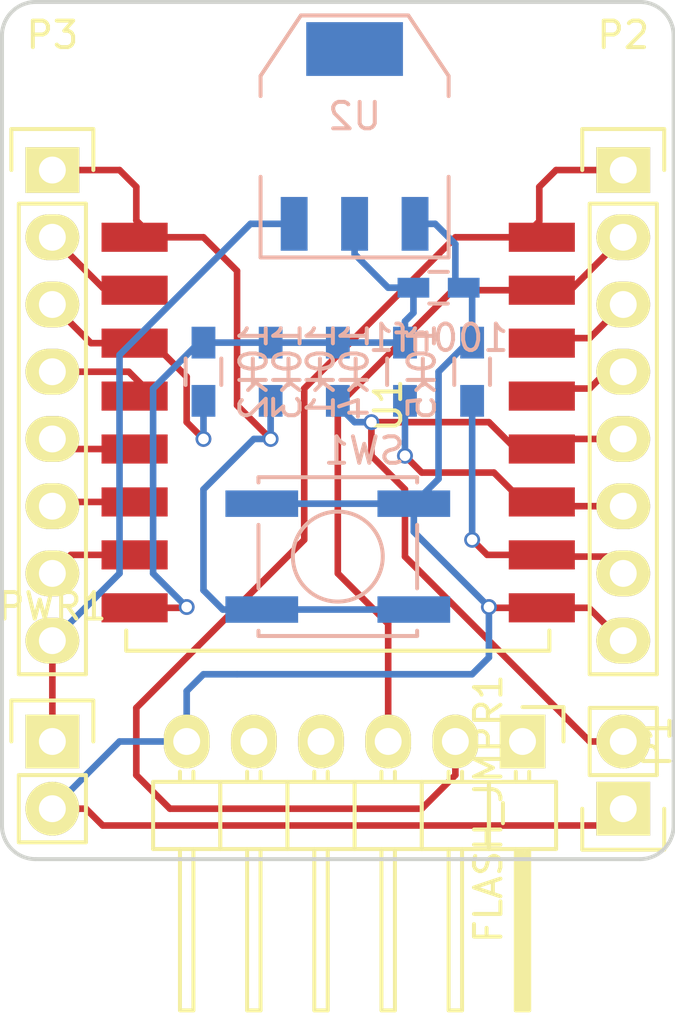
<source format=kicad_pcb>
(kicad_pcb (version 4) (host pcbnew 4.0.2+dfsg1-stable)

  (general
    (links 41)
    (no_connects 0)
    (area 153.641667 73.574999 185.448334 112.475001)
    (thickness 1.6)
    (drawings 8)
    (tracks 145)
    (zones 0)
    (modules 14)
    (nets 22)
  )

  (page A4)
  (layers
    (0 F.Cu signal)
    (31 B.Cu signal)
    (32 B.Adhes user)
    (33 F.Adhes user)
    (34 B.Paste user)
    (35 F.Paste user)
    (36 B.SilkS user hide)
    (37 F.SilkS user hide)
    (38 B.Mask user hide)
    (39 F.Mask user hide)
    (40 Dwgs.User user hide)
    (41 Cmts.User user hide)
    (42 Eco1.User user hide)
    (43 Eco2.User user hide)
    (44 Edge.Cuts user)
    (45 Margin user hide)
    (46 B.CrtYd user hide)
    (47 F.CrtYd user hide)
    (48 B.Fab user)
    (49 F.Fab user hide)
  )

  (setup
    (last_trace_width 0.25)
    (trace_clearance 0.2)
    (zone_clearance 0.508)
    (zone_45_only no)
    (trace_min 0.2)
    (segment_width 0.2)
    (edge_width 0.15)
    (via_size 0.6)
    (via_drill 0.4)
    (via_min_size 0.4)
    (via_min_drill 0.3)
    (uvia_size 0.3)
    (uvia_drill 0.1)
    (uvias_allowed no)
    (uvia_min_size 0.2)
    (uvia_min_drill 0.1)
    (pcb_text_width 0.3)
    (pcb_text_size 1.5 1.5)
    (mod_edge_width 0.15)
    (mod_text_size 1 1)
    (mod_text_width 0.15)
    (pad_size 1.524 1.524)
    (pad_drill 0.762)
    (pad_to_mask_clearance 0.2)
    (aux_axis_origin 0 0)
    (visible_elements FFFCF77F)
    (pcbplotparams
      (layerselection 0x00030_80000001)
      (usegerberextensions false)
      (excludeedgelayer true)
      (linewidth 0.100000)
      (plotframeref false)
      (viasonmask false)
      (mode 1)
      (useauxorigin false)
      (hpglpennumber 1)
      (hpglpenspeed 20)
      (hpglpendiameter 15)
      (hpglpenoverlay 2)
      (psnegative false)
      (psa4output false)
      (plotreference true)
      (plotvalue true)
      (plotinvisibletext false)
      (padsonsilk false)
      (subtractmaskfromsilk false)
      (outputformat 4)
      (mirror false)
      (drillshape 0)
      (scaleselection 1)
      (outputdirectory ""))
  )

  (net 0 "")
  (net 1 REST)
  (net 2 3.3V)
  (net 3 CH_PD)
  (net 4 GPIO0)
  (net 5 GPIO2)
  (net 6 GND)
  (net 7 GPIO15)
  (net 8 "Net-(P1-Pad1)")
  (net 9 RXI)
  (net 10 RXD)
  (net 11 "Net-(P1-Pad4)")
  (net 12 "Net-(P1-Pad5)")
  (net 13 GPIO5)
  (net 14 GPIO4)
  (net 15 ADC)
  (net 16 GPIO16)
  (net 17 GPIO14)
  (net 18 GPIO12)
  (net 19 GPIO13)
  (net 20 5V)
  (net 21 "Net-(U2-Pad4)")

  (net_class Default "This is the default net class."
    (clearance 0.2)
    (trace_width 0.25)
    (via_dia 0.6)
    (via_drill 0.4)
    (uvia_dia 0.3)
    (uvia_drill 0.1)
    (add_net 3.3V)
    (add_net 5V)
    (add_net ADC)
    (add_net CH_PD)
    (add_net GND)
    (add_net GPIO0)
    (add_net GPIO12)
    (add_net GPIO13)
    (add_net GPIO14)
    (add_net GPIO15)
    (add_net GPIO16)
    (add_net GPIO2)
    (add_net GPIO4)
    (add_net GPIO5)
    (add_net "Net-(P1-Pad1)")
    (add_net "Net-(P1-Pad4)")
    (add_net "Net-(P1-Pad5)")
    (add_net "Net-(U2-Pad4)")
    (add_net REST)
    (add_net RXD)
    (add_net RXI)
  )

  (module Resistors_SMD:R_0603_HandSoldering (layer B.Cu) (tedit 5418A00F) (tstamp 5ACBB827)
    (at 167.005 87.63 90)
    (descr "Resistor SMD 0603, hand soldering")
    (tags "resistor 0603")
    (path /5ACBDCCC)
    (attr smd)
    (fp_text reference 10k1 (at 0 1.9 90) (layer B.SilkS)
      (effects (font (size 1 1) (thickness 0.15)) (justify mirror))
    )
    (fp_text value R (at 0 -1.9 90) (layer B.Fab)
      (effects (font (size 1 1) (thickness 0.15)) (justify mirror))
    )
    (fp_line (start -2 0.8) (end 2 0.8) (layer B.CrtYd) (width 0.05))
    (fp_line (start -2 -0.8) (end 2 -0.8) (layer B.CrtYd) (width 0.05))
    (fp_line (start -2 0.8) (end -2 -0.8) (layer B.CrtYd) (width 0.05))
    (fp_line (start 2 0.8) (end 2 -0.8) (layer B.CrtYd) (width 0.05))
    (fp_line (start 0.5 -0.675) (end -0.5 -0.675) (layer B.SilkS) (width 0.15))
    (fp_line (start -0.5 0.675) (end 0.5 0.675) (layer B.SilkS) (width 0.15))
    (pad 1 smd rect (at -1.1 0 90) (size 1.2 0.9) (layers B.Cu B.Paste B.Mask)
      (net 1 REST))
    (pad 2 smd rect (at 1.1 0 90) (size 1.2 0.9) (layers B.Cu B.Paste B.Mask)
      (net 2 3.3V))
    (model Resistors_SMD.3dshapes/R_0603_HandSoldering.wrl
      (at (xyz 0 0 0))
      (scale (xyz 1 1 1))
      (rotate (xyz 0 0 0))
    )
  )

  (module Resistors_SMD:R_0603_HandSoldering (layer B.Cu) (tedit 5418A00F) (tstamp 5ACBB82D)
    (at 164.465 87.63 90)
    (descr "Resistor SMD 0603, hand soldering")
    (tags "resistor 0603")
    (path /5ACBA97B)
    (attr smd)
    (fp_text reference 10k2 (at 0 1.9 90) (layer B.SilkS)
      (effects (font (size 1 1) (thickness 0.15)) (justify mirror))
    )
    (fp_text value R (at 0 -1.9 90) (layer B.Fab)
      (effects (font (size 1 1) (thickness 0.15)) (justify mirror))
    )
    (fp_line (start -2 0.8) (end 2 0.8) (layer B.CrtYd) (width 0.05))
    (fp_line (start -2 -0.8) (end 2 -0.8) (layer B.CrtYd) (width 0.05))
    (fp_line (start -2 0.8) (end -2 -0.8) (layer B.CrtYd) (width 0.05))
    (fp_line (start 2 0.8) (end 2 -0.8) (layer B.CrtYd) (width 0.05))
    (fp_line (start 0.5 -0.675) (end -0.5 -0.675) (layer B.SilkS) (width 0.15))
    (fp_line (start -0.5 0.675) (end 0.5 0.675) (layer B.SilkS) (width 0.15))
    (pad 1 smd rect (at -1.1 0 90) (size 1.2 0.9) (layers B.Cu B.Paste B.Mask)
      (net 3 CH_PD))
    (pad 2 smd rect (at 1.1 0 90) (size 1.2 0.9) (layers B.Cu B.Paste B.Mask)
      (net 2 3.3V))
    (model Resistors_SMD.3dshapes/R_0603_HandSoldering.wrl
      (at (xyz 0 0 0))
      (scale (xyz 1 1 1))
      (rotate (xyz 0 0 0))
    )
  )

  (module Resistors_SMD:R_0603_HandSoldering (layer B.Cu) (tedit 5418A00F) (tstamp 5ACBB833)
    (at 169.545 87.63 270)
    (descr "Resistor SMD 0603, hand soldering")
    (tags "resistor 0603")
    (path /5ACBB52D)
    (attr smd)
    (fp_text reference 10k3 (at 0 1.9 270) (layer B.SilkS)
      (effects (font (size 1 1) (thickness 0.15)) (justify mirror))
    )
    (fp_text value R (at 0 -1.9 270) (layer B.Fab)
      (effects (font (size 1 1) (thickness 0.15)) (justify mirror))
    )
    (fp_line (start -2 0.8) (end 2 0.8) (layer B.CrtYd) (width 0.05))
    (fp_line (start -2 -0.8) (end 2 -0.8) (layer B.CrtYd) (width 0.05))
    (fp_line (start -2 0.8) (end -2 -0.8) (layer B.CrtYd) (width 0.05))
    (fp_line (start 2 0.8) (end 2 -0.8) (layer B.CrtYd) (width 0.05))
    (fp_line (start 0.5 -0.675) (end -0.5 -0.675) (layer B.SilkS) (width 0.15))
    (fp_line (start -0.5 0.675) (end 0.5 0.675) (layer B.SilkS) (width 0.15))
    (pad 1 smd rect (at -1.1 0 270) (size 1.2 0.9) (layers B.Cu B.Paste B.Mask)
      (net 2 3.3V))
    (pad 2 smd rect (at 1.1 0 270) (size 1.2 0.9) (layers B.Cu B.Paste B.Mask)
      (net 4 GPIO0))
    (model Resistors_SMD.3dshapes/R_0603_HandSoldering.wrl
      (at (xyz 0 0 0))
      (scale (xyz 1 1 1))
      (rotate (xyz 0 0 0))
    )
  )

  (module Resistors_SMD:R_0603_HandSoldering (layer B.Cu) (tedit 5418A00F) (tstamp 5ACBB839)
    (at 172.085 87.63 270)
    (descr "Resistor SMD 0603, hand soldering")
    (tags "resistor 0603")
    (path /5ACBF6A1)
    (attr smd)
    (fp_text reference 10k4 (at 0 1.9 270) (layer B.SilkS)
      (effects (font (size 1 1) (thickness 0.15)) (justify mirror))
    )
    (fp_text value R (at 0 -1.9 270) (layer B.Fab)
      (effects (font (size 1 1) (thickness 0.15)) (justify mirror))
    )
    (fp_line (start -2 0.8) (end 2 0.8) (layer B.CrtYd) (width 0.05))
    (fp_line (start -2 -0.8) (end 2 -0.8) (layer B.CrtYd) (width 0.05))
    (fp_line (start -2 0.8) (end -2 -0.8) (layer B.CrtYd) (width 0.05))
    (fp_line (start 2 0.8) (end 2 -0.8) (layer B.CrtYd) (width 0.05))
    (fp_line (start 0.5 -0.675) (end -0.5 -0.675) (layer B.SilkS) (width 0.15))
    (fp_line (start -0.5 0.675) (end 0.5 0.675) (layer B.SilkS) (width 0.15))
    (pad 1 smd rect (at -1.1 0 270) (size 1.2 0.9) (layers B.Cu B.Paste B.Mask)
      (net 2 3.3V))
    (pad 2 smd rect (at 1.1 0 270) (size 1.2 0.9) (layers B.Cu B.Paste B.Mask)
      (net 5 GPIO2))
    (model Resistors_SMD.3dshapes/R_0603_HandSoldering.wrl
      (at (xyz 0 0 0))
      (scale (xyz 1 1 1))
      (rotate (xyz 0 0 0))
    )
  )

  (module Resistors_SMD:R_0603_HandSoldering (layer B.Cu) (tedit 5418A00F) (tstamp 5ACBB83F)
    (at 174.625 87.63 270)
    (descr "Resistor SMD 0603, hand soldering")
    (tags "resistor 0603")
    (path /5ACBAD47)
    (attr smd)
    (fp_text reference 10k5 (at 0 1.9 270) (layer B.SilkS)
      (effects (font (size 1 1) (thickness 0.15)) (justify mirror))
    )
    (fp_text value R (at 0 -1.9 270) (layer B.Fab)
      (effects (font (size 1 1) (thickness 0.15)) (justify mirror))
    )
    (fp_line (start -2 0.8) (end 2 0.8) (layer B.CrtYd) (width 0.05))
    (fp_line (start -2 -0.8) (end 2 -0.8) (layer B.CrtYd) (width 0.05))
    (fp_line (start -2 0.8) (end -2 -0.8) (layer B.CrtYd) (width 0.05))
    (fp_line (start 2 0.8) (end 2 -0.8) (layer B.CrtYd) (width 0.05))
    (fp_line (start 0.5 -0.675) (end -0.5 -0.675) (layer B.SilkS) (width 0.15))
    (fp_line (start -0.5 0.675) (end 0.5 0.675) (layer B.SilkS) (width 0.15))
    (pad 1 smd rect (at -1.1 0 270) (size 1.2 0.9) (layers B.Cu B.Paste B.Mask)
      (net 6 GND))
    (pad 2 smd rect (at 1.1 0 270) (size 1.2 0.9) (layers B.Cu B.Paste B.Mask)
      (net 7 GPIO15))
    (model Resistors_SMD.3dshapes/R_0603_HandSoldering.wrl
      (at (xyz 0 0 0))
      (scale (xyz 1 1 1))
      (rotate (xyz 0 0 0))
    )
  )

  (module Capacitors_SMD:C_0603_HandSoldering (layer B.Cu) (tedit 541A9B4D) (tstamp 5ACBB845)
    (at 173.355 84.455)
    (descr "Capacitor SMD 0603, hand soldering")
    (tags "capacitor 0603")
    (path /5ACBFE28)
    (attr smd)
    (fp_text reference 100nf1 (at 0 1.9) (layer B.SilkS)
      (effects (font (size 1 1) (thickness 0.15)) (justify mirror))
    )
    (fp_text value C (at 0 -1.9) (layer B.Fab)
      (effects (font (size 1 1) (thickness 0.15)) (justify mirror))
    )
    (fp_line (start -1.85 0.75) (end 1.85 0.75) (layer B.CrtYd) (width 0.05))
    (fp_line (start -1.85 -0.75) (end 1.85 -0.75) (layer B.CrtYd) (width 0.05))
    (fp_line (start -1.85 0.75) (end -1.85 -0.75) (layer B.CrtYd) (width 0.05))
    (fp_line (start 1.85 0.75) (end 1.85 -0.75) (layer B.CrtYd) (width 0.05))
    (fp_line (start -0.35 0.6) (end 0.35 0.6) (layer B.SilkS) (width 0.15))
    (fp_line (start 0.35 -0.6) (end -0.35 -0.6) (layer B.SilkS) (width 0.15))
    (pad 1 smd rect (at -0.95 0) (size 1.2 0.75) (layers B.Cu B.Paste B.Mask)
      (net 2 3.3V))
    (pad 2 smd rect (at 0.95 0) (size 1.2 0.75) (layers B.Cu B.Paste B.Mask)
      (net 6 GND))
    (model Capacitors_SMD.3dshapes/C_0603_HandSoldering.wrl
      (at (xyz 0 0 0))
      (scale (xyz 1 1 1))
      (rotate (xyz 0 0 0))
    )
  )

  (module Socket_Strips:Socket_Strip_Straight_1x02 (layer F.Cu) (tedit 54E9F75E) (tstamp 5ACBB84B)
    (at 180.34 104.14 90)
    (descr "Through hole socket strip")
    (tags "socket strip")
    (path /5ACBB93A)
    (fp_text reference FLASH_JMPR1 (at 0 -5.1 90) (layer F.SilkS)
      (effects (font (size 1 1) (thickness 0.15)))
    )
    (fp_text value CONN_01X02 (at 0 -3.1 90) (layer F.Fab)
      (effects (font (size 1 1) (thickness 0.15)))
    )
    (fp_line (start -1.55 1.55) (end 0 1.55) (layer F.SilkS) (width 0.15))
    (fp_line (start 3.81 1.27) (end 1.27 1.27) (layer F.SilkS) (width 0.15))
    (fp_line (start -1.75 -1.75) (end -1.75 1.75) (layer F.CrtYd) (width 0.05))
    (fp_line (start 4.3 -1.75) (end 4.3 1.75) (layer F.CrtYd) (width 0.05))
    (fp_line (start -1.75 -1.75) (end 4.3 -1.75) (layer F.CrtYd) (width 0.05))
    (fp_line (start -1.75 1.75) (end 4.3 1.75) (layer F.CrtYd) (width 0.05))
    (fp_line (start 1.27 1.27) (end 1.27 -1.27) (layer F.SilkS) (width 0.15))
    (fp_line (start 0 -1.55) (end -1.55 -1.55) (layer F.SilkS) (width 0.15))
    (fp_line (start -1.55 -1.55) (end -1.55 1.55) (layer F.SilkS) (width 0.15))
    (fp_line (start 1.27 -1.27) (end 3.81 -1.27) (layer F.SilkS) (width 0.15))
    (fp_line (start 3.81 -1.27) (end 3.81 1.27) (layer F.SilkS) (width 0.15))
    (pad 1 thru_hole rect (at 0 0 90) (size 2.032 2.032) (drill 1.016) (layers *.Cu *.Mask F.SilkS)
      (net 6 GND))
    (pad 2 thru_hole oval (at 2.54 0 90) (size 2.032 2.032) (drill 1.016) (layers *.Cu *.Mask F.SilkS)
      (net 4 GPIO0))
    (model Socket_Strips.3dshapes/Socket_Strip_Straight_1x02.wrl
      (at (xyz 0.05 0 0))
      (scale (xyz 1 1 1))
      (rotate (xyz 0 0 180))
    )
  )

  (module Pin_Headers:Pin_Header_Angled_1x06 (layer F.Cu) (tedit 0) (tstamp 5ACBB855)
    (at 176.53 101.6 270)
    (descr "Through hole pin header")
    (tags "pin header")
    (path /5ACBB06E)
    (fp_text reference P1 (at 0 -5.1 270) (layer F.SilkS)
      (effects (font (size 1 1) (thickness 0.15)))
    )
    (fp_text value CONN_01X06 (at 0 -3.1 270) (layer F.Fab)
      (effects (font (size 1 1) (thickness 0.15)))
    )
    (fp_line (start -1.5 -1.75) (end -1.5 14.45) (layer F.CrtYd) (width 0.05))
    (fp_line (start 10.65 -1.75) (end 10.65 14.45) (layer F.CrtYd) (width 0.05))
    (fp_line (start -1.5 -1.75) (end 10.65 -1.75) (layer F.CrtYd) (width 0.05))
    (fp_line (start -1.5 14.45) (end 10.65 14.45) (layer F.CrtYd) (width 0.05))
    (fp_line (start -1.3 -1.55) (end -1.3 0) (layer F.SilkS) (width 0.15))
    (fp_line (start 0 -1.55) (end -1.3 -1.55) (layer F.SilkS) (width 0.15))
    (fp_line (start 4.191 -0.127) (end 10.033 -0.127) (layer F.SilkS) (width 0.15))
    (fp_line (start 10.033 -0.127) (end 10.033 0.127) (layer F.SilkS) (width 0.15))
    (fp_line (start 10.033 0.127) (end 4.191 0.127) (layer F.SilkS) (width 0.15))
    (fp_line (start 4.191 0.127) (end 4.191 0) (layer F.SilkS) (width 0.15))
    (fp_line (start 4.191 0) (end 10.033 0) (layer F.SilkS) (width 0.15))
    (fp_line (start 1.524 -0.254) (end 1.143 -0.254) (layer F.SilkS) (width 0.15))
    (fp_line (start 1.524 0.254) (end 1.143 0.254) (layer F.SilkS) (width 0.15))
    (fp_line (start 1.524 2.286) (end 1.143 2.286) (layer F.SilkS) (width 0.15))
    (fp_line (start 1.524 2.794) (end 1.143 2.794) (layer F.SilkS) (width 0.15))
    (fp_line (start 1.524 4.826) (end 1.143 4.826) (layer F.SilkS) (width 0.15))
    (fp_line (start 1.524 5.334) (end 1.143 5.334) (layer F.SilkS) (width 0.15))
    (fp_line (start 1.524 12.954) (end 1.143 12.954) (layer F.SilkS) (width 0.15))
    (fp_line (start 1.524 12.446) (end 1.143 12.446) (layer F.SilkS) (width 0.15))
    (fp_line (start 1.524 10.414) (end 1.143 10.414) (layer F.SilkS) (width 0.15))
    (fp_line (start 1.524 9.906) (end 1.143 9.906) (layer F.SilkS) (width 0.15))
    (fp_line (start 1.524 7.874) (end 1.143 7.874) (layer F.SilkS) (width 0.15))
    (fp_line (start 1.524 7.366) (end 1.143 7.366) (layer F.SilkS) (width 0.15))
    (fp_line (start 1.524 -1.27) (end 4.064 -1.27) (layer F.SilkS) (width 0.15))
    (fp_line (start 1.524 1.27) (end 4.064 1.27) (layer F.SilkS) (width 0.15))
    (fp_line (start 1.524 1.27) (end 1.524 3.81) (layer F.SilkS) (width 0.15))
    (fp_line (start 1.524 3.81) (end 4.064 3.81) (layer F.SilkS) (width 0.15))
    (fp_line (start 4.064 2.286) (end 10.16 2.286) (layer F.SilkS) (width 0.15))
    (fp_line (start 10.16 2.286) (end 10.16 2.794) (layer F.SilkS) (width 0.15))
    (fp_line (start 10.16 2.794) (end 4.064 2.794) (layer F.SilkS) (width 0.15))
    (fp_line (start 4.064 3.81) (end 4.064 1.27) (layer F.SilkS) (width 0.15))
    (fp_line (start 4.064 1.27) (end 4.064 -1.27) (layer F.SilkS) (width 0.15))
    (fp_line (start 10.16 0.254) (end 4.064 0.254) (layer F.SilkS) (width 0.15))
    (fp_line (start 10.16 -0.254) (end 10.16 0.254) (layer F.SilkS) (width 0.15))
    (fp_line (start 4.064 -0.254) (end 10.16 -0.254) (layer F.SilkS) (width 0.15))
    (fp_line (start 1.524 1.27) (end 4.064 1.27) (layer F.SilkS) (width 0.15))
    (fp_line (start 1.524 -1.27) (end 1.524 1.27) (layer F.SilkS) (width 0.15))
    (fp_line (start 1.524 8.89) (end 4.064 8.89) (layer F.SilkS) (width 0.15))
    (fp_line (start 1.524 8.89) (end 1.524 11.43) (layer F.SilkS) (width 0.15))
    (fp_line (start 1.524 11.43) (end 4.064 11.43) (layer F.SilkS) (width 0.15))
    (fp_line (start 4.064 9.906) (end 10.16 9.906) (layer F.SilkS) (width 0.15))
    (fp_line (start 10.16 9.906) (end 10.16 10.414) (layer F.SilkS) (width 0.15))
    (fp_line (start 10.16 10.414) (end 4.064 10.414) (layer F.SilkS) (width 0.15))
    (fp_line (start 4.064 11.43) (end 4.064 8.89) (layer F.SilkS) (width 0.15))
    (fp_line (start 4.064 13.97) (end 4.064 11.43) (layer F.SilkS) (width 0.15))
    (fp_line (start 10.16 12.954) (end 4.064 12.954) (layer F.SilkS) (width 0.15))
    (fp_line (start 10.16 12.446) (end 10.16 12.954) (layer F.SilkS) (width 0.15))
    (fp_line (start 4.064 12.446) (end 10.16 12.446) (layer F.SilkS) (width 0.15))
    (fp_line (start 1.524 13.97) (end 4.064 13.97) (layer F.SilkS) (width 0.15))
    (fp_line (start 1.524 11.43) (end 1.524 13.97) (layer F.SilkS) (width 0.15))
    (fp_line (start 1.524 11.43) (end 4.064 11.43) (layer F.SilkS) (width 0.15))
    (fp_line (start 1.524 6.35) (end 4.064 6.35) (layer F.SilkS) (width 0.15))
    (fp_line (start 1.524 6.35) (end 1.524 8.89) (layer F.SilkS) (width 0.15))
    (fp_line (start 1.524 8.89) (end 4.064 8.89) (layer F.SilkS) (width 0.15))
    (fp_line (start 4.064 7.366) (end 10.16 7.366) (layer F.SilkS) (width 0.15))
    (fp_line (start 10.16 7.366) (end 10.16 7.874) (layer F.SilkS) (width 0.15))
    (fp_line (start 10.16 7.874) (end 4.064 7.874) (layer F.SilkS) (width 0.15))
    (fp_line (start 4.064 8.89) (end 4.064 6.35) (layer F.SilkS) (width 0.15))
    (fp_line (start 4.064 6.35) (end 4.064 3.81) (layer F.SilkS) (width 0.15))
    (fp_line (start 10.16 5.334) (end 4.064 5.334) (layer F.SilkS) (width 0.15))
    (fp_line (start 10.16 4.826) (end 10.16 5.334) (layer F.SilkS) (width 0.15))
    (fp_line (start 4.064 4.826) (end 10.16 4.826) (layer F.SilkS) (width 0.15))
    (fp_line (start 1.524 6.35) (end 4.064 6.35) (layer F.SilkS) (width 0.15))
    (fp_line (start 1.524 3.81) (end 1.524 6.35) (layer F.SilkS) (width 0.15))
    (fp_line (start 1.524 3.81) (end 4.064 3.81) (layer F.SilkS) (width 0.15))
    (pad 1 thru_hole rect (at 0 0 270) (size 2.032 1.7272) (drill 1.016) (layers *.Cu *.Mask F.SilkS)
      (net 8 "Net-(P1-Pad1)"))
    (pad 2 thru_hole oval (at 0 2.54 270) (size 2.032 1.7272) (drill 1.016) (layers *.Cu *.Mask F.SilkS)
      (net 9 RXI))
    (pad 3 thru_hole oval (at 0 5.08 270) (size 2.032 1.7272) (drill 1.016) (layers *.Cu *.Mask F.SilkS)
      (net 10 RXD))
    (pad 4 thru_hole oval (at 0 7.62 270) (size 2.032 1.7272) (drill 1.016) (layers *.Cu *.Mask F.SilkS)
      (net 11 "Net-(P1-Pad4)"))
    (pad 5 thru_hole oval (at 0 10.16 270) (size 2.032 1.7272) (drill 1.016) (layers *.Cu *.Mask F.SilkS)
      (net 12 "Net-(P1-Pad5)"))
    (pad 6 thru_hole oval (at 0 12.7 270) (size 2.032 1.7272) (drill 1.016) (layers *.Cu *.Mask F.SilkS)
      (net 6 GND))
    (model Pin_Headers.3dshapes/Pin_Header_Angled_1x06.wrl
      (at (xyz 0 -0.25 0))
      (scale (xyz 1 1 1))
      (rotate (xyz 0 0 90))
    )
  )

  (module Pin_Headers:Pin_Header_Straight_1x08 (layer F.Cu) (tedit 0) (tstamp 5ACBB861)
    (at 180.34 80.01)
    (descr "Through hole pin header")
    (tags "pin header")
    (path /5ACBA23B)
    (fp_text reference P2 (at 0 -5.1) (layer F.SilkS)
      (effects (font (size 1 1) (thickness 0.15)))
    )
    (fp_text value CONN_01X08 (at 0 -3.1) (layer F.Fab)
      (effects (font (size 1 1) (thickness 0.15)))
    )
    (fp_line (start -1.75 -1.75) (end -1.75 19.55) (layer F.CrtYd) (width 0.05))
    (fp_line (start 1.75 -1.75) (end 1.75 19.55) (layer F.CrtYd) (width 0.05))
    (fp_line (start -1.75 -1.75) (end 1.75 -1.75) (layer F.CrtYd) (width 0.05))
    (fp_line (start -1.75 19.55) (end 1.75 19.55) (layer F.CrtYd) (width 0.05))
    (fp_line (start 1.27 1.27) (end 1.27 19.05) (layer F.SilkS) (width 0.15))
    (fp_line (start 1.27 19.05) (end -1.27 19.05) (layer F.SilkS) (width 0.15))
    (fp_line (start -1.27 19.05) (end -1.27 1.27) (layer F.SilkS) (width 0.15))
    (fp_line (start 1.55 -1.55) (end 1.55 0) (layer F.SilkS) (width 0.15))
    (fp_line (start 1.27 1.27) (end -1.27 1.27) (layer F.SilkS) (width 0.15))
    (fp_line (start -1.55 0) (end -1.55 -1.55) (layer F.SilkS) (width 0.15))
    (fp_line (start -1.55 -1.55) (end 1.55 -1.55) (layer F.SilkS) (width 0.15))
    (pad 1 thru_hole rect (at 0 0) (size 2.032 1.7272) (drill 1.016) (layers *.Cu *.Mask F.SilkS)
      (net 9 RXI))
    (pad 2 thru_hole oval (at 0 2.54) (size 2.032 1.7272) (drill 1.016) (layers *.Cu *.Mask F.SilkS)
      (net 10 RXD))
    (pad 3 thru_hole oval (at 0 5.08) (size 2.032 1.7272) (drill 1.016) (layers *.Cu *.Mask F.SilkS)
      (net 13 GPIO5))
    (pad 4 thru_hole oval (at 0 7.62) (size 2.032 1.7272) (drill 1.016) (layers *.Cu *.Mask F.SilkS)
      (net 14 GPIO4))
    (pad 5 thru_hole oval (at 0 10.16) (size 2.032 1.7272) (drill 1.016) (layers *.Cu *.Mask F.SilkS)
      (net 4 GPIO0))
    (pad 6 thru_hole oval (at 0 12.7) (size 2.032 1.7272) (drill 1.016) (layers *.Cu *.Mask F.SilkS)
      (net 5 GPIO2))
    (pad 7 thru_hole oval (at 0 15.24) (size 2.032 1.7272) (drill 1.016) (layers *.Cu *.Mask F.SilkS)
      (net 7 GPIO15))
    (pad 8 thru_hole oval (at 0 17.78) (size 2.032 1.7272) (drill 1.016) (layers *.Cu *.Mask F.SilkS)
      (net 6 GND))
    (model Pin_Headers.3dshapes/Pin_Header_Straight_1x08.wrl
      (at (xyz 0 -0.35 0))
      (scale (xyz 1 1 1))
      (rotate (xyz 0 0 90))
    )
  )

  (module Pin_Headers:Pin_Header_Straight_1x08 (layer F.Cu) (tedit 0) (tstamp 5ACBB86D)
    (at 158.75 80.01)
    (descr "Through hole pin header")
    (tags "pin header")
    (path /5ACBA541)
    (fp_text reference P3 (at 0 -5.1) (layer F.SilkS)
      (effects (font (size 1 1) (thickness 0.15)))
    )
    (fp_text value CONN_01X08 (at 0 -3.1) (layer F.Fab)
      (effects (font (size 1 1) (thickness 0.15)))
    )
    (fp_line (start -1.75 -1.75) (end -1.75 19.55) (layer F.CrtYd) (width 0.05))
    (fp_line (start 1.75 -1.75) (end 1.75 19.55) (layer F.CrtYd) (width 0.05))
    (fp_line (start -1.75 -1.75) (end 1.75 -1.75) (layer F.CrtYd) (width 0.05))
    (fp_line (start -1.75 19.55) (end 1.75 19.55) (layer F.CrtYd) (width 0.05))
    (fp_line (start 1.27 1.27) (end 1.27 19.05) (layer F.SilkS) (width 0.15))
    (fp_line (start 1.27 19.05) (end -1.27 19.05) (layer F.SilkS) (width 0.15))
    (fp_line (start -1.27 19.05) (end -1.27 1.27) (layer F.SilkS) (width 0.15))
    (fp_line (start 1.55 -1.55) (end 1.55 0) (layer F.SilkS) (width 0.15))
    (fp_line (start 1.27 1.27) (end -1.27 1.27) (layer F.SilkS) (width 0.15))
    (fp_line (start -1.55 0) (end -1.55 -1.55) (layer F.SilkS) (width 0.15))
    (fp_line (start -1.55 -1.55) (end 1.55 -1.55) (layer F.SilkS) (width 0.15))
    (pad 1 thru_hole rect (at 0 0) (size 2.032 1.7272) (drill 1.016) (layers *.Cu *.Mask F.SilkS)
      (net 1 REST))
    (pad 2 thru_hole oval (at 0 2.54) (size 2.032 1.7272) (drill 1.016) (layers *.Cu *.Mask F.SilkS)
      (net 15 ADC))
    (pad 3 thru_hole oval (at 0 5.08) (size 2.032 1.7272) (drill 1.016) (layers *.Cu *.Mask F.SilkS)
      (net 3 CH_PD))
    (pad 4 thru_hole oval (at 0 7.62) (size 2.032 1.7272) (drill 1.016) (layers *.Cu *.Mask F.SilkS)
      (net 16 GPIO16))
    (pad 5 thru_hole oval (at 0 10.16) (size 2.032 1.7272) (drill 1.016) (layers *.Cu *.Mask F.SilkS)
      (net 17 GPIO14))
    (pad 6 thru_hole oval (at 0 12.7) (size 2.032 1.7272) (drill 1.016) (layers *.Cu *.Mask F.SilkS)
      (net 18 GPIO12))
    (pad 7 thru_hole oval (at 0 15.24) (size 2.032 1.7272) (drill 1.016) (layers *.Cu *.Mask F.SilkS)
      (net 19 GPIO13))
    (pad 8 thru_hole oval (at 0 17.78) (size 2.032 1.7272) (drill 1.016) (layers *.Cu *.Mask F.SilkS)
      (net 20 5V))
    (model Pin_Headers.3dshapes/Pin_Header_Straight_1x08.wrl
      (at (xyz 0 -0.35 0))
      (scale (xyz 1 1 1))
      (rotate (xyz 0 0 90))
    )
  )

  (module Pin_Headers:Pin_Header_Straight_1x02 (layer F.Cu) (tedit 54EA090C) (tstamp 5ACBB873)
    (at 158.75 101.6)
    (descr "Through hole pin header")
    (tags "pin header")
    (path /5ACBBA41)
    (fp_text reference PWR1 (at 0 -5.1) (layer F.SilkS)
      (effects (font (size 1 1) (thickness 0.15)))
    )
    (fp_text value CONN_01X02 (at 0 -3.1) (layer F.Fab)
      (effects (font (size 1 1) (thickness 0.15)))
    )
    (fp_line (start 1.27 1.27) (end 1.27 3.81) (layer F.SilkS) (width 0.15))
    (fp_line (start 1.55 -1.55) (end 1.55 0) (layer F.SilkS) (width 0.15))
    (fp_line (start -1.75 -1.75) (end -1.75 4.3) (layer F.CrtYd) (width 0.05))
    (fp_line (start 1.75 -1.75) (end 1.75 4.3) (layer F.CrtYd) (width 0.05))
    (fp_line (start -1.75 -1.75) (end 1.75 -1.75) (layer F.CrtYd) (width 0.05))
    (fp_line (start -1.75 4.3) (end 1.75 4.3) (layer F.CrtYd) (width 0.05))
    (fp_line (start 1.27 1.27) (end -1.27 1.27) (layer F.SilkS) (width 0.15))
    (fp_line (start -1.55 0) (end -1.55 -1.55) (layer F.SilkS) (width 0.15))
    (fp_line (start -1.55 -1.55) (end 1.55 -1.55) (layer F.SilkS) (width 0.15))
    (fp_line (start -1.27 1.27) (end -1.27 3.81) (layer F.SilkS) (width 0.15))
    (fp_line (start -1.27 3.81) (end 1.27 3.81) (layer F.SilkS) (width 0.15))
    (pad 1 thru_hole rect (at 0 0) (size 2.032 2.032) (drill 1.016) (layers *.Cu *.Mask F.SilkS)
      (net 20 5V))
    (pad 2 thru_hole oval (at 0 2.54) (size 2.032 2.032) (drill 1.016) (layers *.Cu *.Mask F.SilkS)
      (net 6 GND))
    (model Pin_Headers.3dshapes/Pin_Header_Straight_1x02.wrl
      (at (xyz 0 -0.05 0))
      (scale (xyz 1 1 1))
      (rotate (xyz 0 0 90))
    )
  )

  (module Buttons_Switches_SMD:SW_SPST_EVPBF (layer B.Cu) (tedit 55DAF9A7) (tstamp 5ACBB87B)
    (at 169.545 94.615 180)
    (descr "Light Touch Switch")
    (path /5ACBB75C)
    (attr smd)
    (fp_text reference SW1 (at -1 4 180) (layer B.SilkS)
      (effects (font (size 1 1) (thickness 0.15)) (justify mirror))
    )
    (fp_text value SW_PUSH (at 0 0 180) (layer B.Fab)
      (effects (font (size 1 1) (thickness 0.15)) (justify mirror))
    )
    (fp_line (start -4.5 3.25) (end 4.5 3.25) (layer B.CrtYd) (width 0.05))
    (fp_line (start 4.5 3.25) (end 4.5 -3.25) (layer B.CrtYd) (width 0.05))
    (fp_line (start 4.5 -3.25) (end -4.5 -3.25) (layer B.CrtYd) (width 0.05))
    (fp_line (start -4.5 -3.25) (end -4.5 3.25) (layer B.CrtYd) (width 0.05))
    (fp_line (start 3 3) (end 3 2.8) (layer B.SilkS) (width 0.15))
    (fp_line (start 3 -3) (end 3 -2.8) (layer B.SilkS) (width 0.15))
    (fp_line (start -3 -3) (end -3 -2.8) (layer B.SilkS) (width 0.15))
    (fp_line (start -3 3) (end -3 2.8) (layer B.SilkS) (width 0.15))
    (fp_line (start -3 1.2) (end -3 -1.2) (layer B.SilkS) (width 0.15))
    (fp_line (start 3 1.2) (end 3 -1.2) (layer B.SilkS) (width 0.15))
    (fp_line (start 3 3) (end -3 3) (layer B.SilkS) (width 0.15))
    (fp_line (start -3 -3) (end 3 -3) (layer B.SilkS) (width 0.15))
    (fp_circle (center 0 0) (end 1.7 0) (layer B.SilkS) (width 0.15))
    (pad 1 smd rect (at 2.875 2 180) (size 2.75 1) (layers B.Cu B.Paste B.Mask)
      (net 6 GND))
    (pad 1 smd rect (at -2.875 2 180) (size 2.75 1) (layers B.Cu B.Paste B.Mask)
      (net 6 GND))
    (pad 2 smd rect (at -2.875 -2 180) (size 2.75 1) (layers B.Cu B.Paste B.Mask)
      (net 1 REST))
    (pad 2 smd rect (at 2.875 -2 180) (size 2.75 1) (layers B.Cu B.Paste B.Mask)
      (net 1 REST))
  )

  (module ESP8266:ESP-12E_SMD (layer F.Cu) (tedit 5ACBCCD6) (tstamp 5ACBB895)
    (at 162.56 82.55)
    (descr "Module, ESP-8266, ESP-12, 16 pad, SMD")
    (tags "Module ESP-8266 ESP8266")
    (path /5ACBA1E4)
    (fp_text reference U1 (at 8.89 6.35 90) (layer F.SilkS)
      (effects (font (size 1 1) (thickness 0.15)))
    )
    (fp_text value ESP-12E (at 5.08 6.35 90) (layer F.Fab) hide
      (effects (font (size 1 1) (thickness 0.15)))
    )
    (fp_line (start -2.25 -0.5) (end -2.25 -8.75) (layer F.CrtYd) (width 0.05))
    (fp_line (start -2.25 -8.75) (end 15.25 -8.75) (layer F.CrtYd) (width 0.05))
    (fp_line (start 15.25 -8.75) (end 16.25 -8.75) (layer F.CrtYd) (width 0.05))
    (fp_line (start 16.25 -8.75) (end 16.25 16) (layer F.CrtYd) (width 0.05))
    (fp_line (start 16.25 16) (end -2.25 16) (layer F.CrtYd) (width 0.05))
    (fp_line (start -2.25 16) (end -2.25 -0.5) (layer F.CrtYd) (width 0.05))
    (fp_line (start -1.016 -8.382) (end 14.986 -8.382) (layer F.CrtYd) (width 0.1524))
    (fp_line (start 14.986 -8.382) (end 14.986 -0.889) (layer F.CrtYd) (width 0.1524))
    (fp_line (start -1.016 -8.382) (end -1.016 -1.016) (layer F.CrtYd) (width 0.1524))
    (fp_line (start -1.016 14.859) (end -1.016 15.621) (layer F.SilkS) (width 0.1524))
    (fp_line (start -1.016 15.621) (end 14.986 15.621) (layer F.SilkS) (width 0.1524))
    (fp_line (start 14.986 15.621) (end 14.986 14.859) (layer F.SilkS) (width 0.1524))
    (fp_line (start 14.992 -8.4) (end -1.008 -2.6) (layer F.CrtYd) (width 0.1524))
    (fp_line (start -1.008 -8.4) (end 14.992 -2.6) (layer F.CrtYd) (width 0.1524))
    (fp_line (start -1.008 -2.6) (end 14.992 -2.6) (layer F.CrtYd) (width 0.1524))
    (fp_line (start 15 -8.4) (end 15 15.6) (layer F.Fab) (width 0.05))
    (fp_line (start 14.992 15.6) (end -1.008 15.6) (layer F.Fab) (width 0.05))
    (fp_line (start -1.008 15.6) (end -1.008 -8.4) (layer F.Fab) (width 0.05))
    (fp_line (start -1.008 -8.4) (end 14.992 -8.4) (layer F.Fab) (width 0.05))
    (pad 1 smd rect (at 0 0) (size 2.5 1.1) (drill (offset -0.7 0)) (layers F.Cu F.Paste F.Mask)
      (net 1 REST))
    (pad 2 smd rect (at 0 2) (size 2.5 1.1) (drill (offset -0.7 0)) (layers F.Cu F.Paste F.Mask)
      (net 15 ADC))
    (pad 3 smd rect (at 0 4) (size 2.5 1.1) (drill (offset -0.7 0)) (layers F.Cu F.Paste F.Mask)
      (net 3 CH_PD))
    (pad 4 smd rect (at 0 6) (size 2.5 1.1) (drill (offset -0.7 0)) (layers F.Cu F.Paste F.Mask)
      (net 16 GPIO16))
    (pad 5 smd rect (at 0 8) (size 2.5 1.1) (drill (offset -0.7 0)) (layers F.Cu F.Paste F.Mask)
      (net 17 GPIO14))
    (pad 6 smd rect (at 0 10) (size 2.5 1.1) (drill (offset -0.7 0)) (layers F.Cu F.Paste F.Mask)
      (net 18 GPIO12))
    (pad 7 smd rect (at 0 12) (size 2.5 1.1) (drill (offset -0.7 0)) (layers F.Cu F.Paste F.Mask)
      (net 19 GPIO13))
    (pad 8 smd rect (at 0 14) (size 2.5 1.1) (drill (offset -0.7 0)) (layers F.Cu F.Paste F.Mask)
      (net 2 3.3V))
    (pad 9 smd rect (at 14 14) (size 2.5 1.1) (drill (offset 0.7 0)) (layers F.Cu F.Paste F.Mask)
      (net 6 GND))
    (pad 10 smd rect (at 14 12) (size 2.5 1.1) (drill (offset 0.7 0)) (layers F.Cu F.Paste F.Mask)
      (net 7 GPIO15))
    (pad 11 smd rect (at 14 10) (size 2.5 1.1) (drill (offset 0.7 0)) (layers F.Cu F.Paste F.Mask)
      (net 5 GPIO2))
    (pad 12 smd rect (at 14 8) (size 2.5 1.1) (drill (offset 0.7 0)) (layers F.Cu F.Paste F.Mask)
      (net 4 GPIO0))
    (pad 13 smd rect (at 14 6) (size 2.5 1.1) (drill (offset 0.7 0)) (layers F.Cu F.Paste F.Mask)
      (net 14 GPIO4))
    (pad 14 smd rect (at 14 4) (size 2.5 1.1) (drill (offset 0.7 0)) (layers F.Cu F.Paste F.Mask)
      (net 13 GPIO5))
    (pad 15 smd rect (at 14 2) (size 2.5 1.1) (drill (offset 0.7 0)) (layers F.Cu F.Paste F.Mask)
      (net 10 RXD))
    (pad 16 smd rect (at 14 0) (size 2.5 1.1) (drill (offset 0.7 0)) (layers F.Cu F.Paste F.Mask)
      (net 9 RXI))
    (model ${ESPLIB}/ESP8266.3dshapes/ESP-12.wrl
      (at (xyz 0 0 0))
      (scale (xyz 0.3937 0.3937 0.3937))
      (rotate (xyz 0 0 0))
    )
  )

  (module TO_SOT_Packages_SMD:SOT-223 (layer B.Cu) (tedit 0) (tstamp 5ACBB89D)
    (at 170.18 78.74 180)
    (descr "module CMS SOT223 4 pins")
    (tags "CMS SOT")
    (path /5ACBA5F1)
    (attr smd)
    (fp_text reference U2 (at 0 0.762 180) (layer B.SilkS)
      (effects (font (size 1 1) (thickness 0.15)) (justify mirror))
    )
    (fp_text value AMS1117-3V3 (at 0 -0.762 180) (layer B.Fab)
      (effects (font (size 1 1) (thickness 0.15)) (justify mirror))
    )
    (fp_line (start -3.556 -1.524) (end -3.556 -4.572) (layer B.SilkS) (width 0.15))
    (fp_line (start -3.556 -4.572) (end 3.556 -4.572) (layer B.SilkS) (width 0.15))
    (fp_line (start 3.556 -4.572) (end 3.556 -1.524) (layer B.SilkS) (width 0.15))
    (fp_line (start -3.556 1.524) (end -3.556 2.286) (layer B.SilkS) (width 0.15))
    (fp_line (start -3.556 2.286) (end -2.032 4.572) (layer B.SilkS) (width 0.15))
    (fp_line (start -2.032 4.572) (end 2.032 4.572) (layer B.SilkS) (width 0.15))
    (fp_line (start 2.032 4.572) (end 3.556 2.286) (layer B.SilkS) (width 0.15))
    (fp_line (start 3.556 2.286) (end 3.556 1.524) (layer B.SilkS) (width 0.15))
    (pad 4 smd rect (at 0 3.302 180) (size 3.6576 2.032) (layers B.Cu B.Paste B.Mask)
      (net 21 "Net-(U2-Pad4)"))
    (pad 2 smd rect (at 0 -3.302 180) (size 1.016 2.032) (layers B.Cu B.Paste B.Mask)
      (net 2 3.3V))
    (pad 3 smd rect (at 2.286 -3.302 180) (size 1.016 2.032) (layers B.Cu B.Paste B.Mask)
      (net 20 5V))
    (pad 1 smd rect (at -2.286 -3.302 180) (size 1.016 2.032) (layers B.Cu B.Paste B.Mask)
      (net 6 GND))
    (model TO_SOT_Packages_SMD.3dshapes/SOT-223.wrl
      (at (xyz 0 0 0))
      (scale (xyz 0.4 0.4 0.4))
      (rotate (xyz 0 0 0))
    )
  )

  (gr_line (start 180.975 73.66) (end 158.115 73.66) (angle 90) (layer Edge.Cuts) (width 0.15))
  (gr_line (start 156.845 104.775) (end 156.845 74.93) (angle 90) (layer Edge.Cuts) (width 0.15))
  (gr_line (start 180.975 106.045) (end 158.115 106.045) (angle 90) (layer Edge.Cuts) (width 0.15))
  (gr_line (start 182.245 74.93) (end 182.245 104.775) (angle 90) (layer Edge.Cuts) (width 0.15))
  (gr_arc (start 180.975 74.93) (end 180.975 73.66) (angle 90) (layer Edge.Cuts) (width 0.15))
  (gr_arc (start 158.115 74.93) (end 156.845 74.93) (angle 90) (layer Edge.Cuts) (width 0.15))
  (gr_arc (start 158.115 104.775) (end 158.115 106.045) (angle 90) (layer Edge.Cuts) (width 0.15))
  (gr_arc (start 180.975 104.775) (end 182.245 104.775) (angle 90) (layer Edge.Cuts) (width 0.15))

  (segment (start 164.465 92.075) (end 164.465 95.885) (width 0.25) (layer B.Cu) (net 1))
  (segment (start 166.37 90.17) (end 164.465 92.075) (width 0.25) (layer B.Cu) (net 1) (tstamp 5ACBD351))
  (segment (start 167.005 90.17) (end 166.37 90.17) (width 0.25) (layer B.Cu) (net 1))
  (segment (start 165.195 96.615) (end 166.67 96.615) (width 0.25) (layer B.Cu) (net 1) (tstamp 5ACBD359))
  (segment (start 164.465 95.885) (end 165.195 96.615) (width 0.25) (layer B.Cu) (net 1) (tstamp 5ACBD358))
  (segment (start 162.56 82.55) (end 164.465 82.55) (width 0.25) (layer F.Cu) (net 1))
  (via (at 167.005 90.17) (size 0.6) (drill 0.4) (layers F.Cu B.Cu) (net 1))
  (segment (start 167.005 90.17) (end 165.735 88.9) (width 0.25) (layer F.Cu) (net 1) (tstamp 5ACBD33A))
  (segment (start 165.735 88.9) (end 165.735 83.82) (width 0.25) (layer F.Cu) (net 1) (tstamp 5ACBD33B))
  (segment (start 165.735 83.82) (end 164.465 82.55) (width 0.25) (layer F.Cu) (net 1) (tstamp 5ACBD33F))
  (segment (start 167.005 90.17) (end 167.005 88.73) (width 0.25) (layer B.Cu) (net 1))
  (segment (start 166.67 96.615) (end 166.465 96.615) (width 0.25) (layer B.Cu) (net 1))
  (segment (start 167.005 88.9) (end 167.005 88.73) (width 0.25) (layer B.Cu) (net 1) (tstamp 5ACBD283))
  (segment (start 166.67 96.615) (end 172.42 96.615) (width 0.25) (layer B.Cu) (net 1))
  (segment (start 161.925 80.645) (end 161.925 81.915) (width 0.25) (layer F.Cu) (net 1))
  (segment (start 161.29 80.01) (end 161.925 80.645) (width 0.25) (layer F.Cu) (net 1) (tstamp 5ACBBD1C))
  (segment (start 158.75 80.01) (end 161.29 80.01) (width 0.25) (layer F.Cu) (net 1))
  (segment (start 161.925 81.915) (end 162.56 82.55) (width 0.25) (layer F.Cu) (net 1) (tstamp 5ACBBD24))
  (segment (start 162.56 88.265) (end 162.56 95.25) (width 0.25) (layer B.Cu) (net 2))
  (segment (start 164.295 86.53) (end 162.56 88.265) (width 0.25) (layer B.Cu) (net 2) (tstamp 5ACBD56A) (status 400000))
  (segment (start 163.8 96.55) (end 162.56 96.55) (width 0.25) (layer F.Cu) (net 2) (tstamp 5ACBD577) (status 800000))
  (segment (start 163.83 96.52) (end 163.8 96.55) (width 0.25) (layer F.Cu) (net 2) (tstamp 5ACBD576))
  (via (at 163.83 96.52) (size 0.6) (drill 0.4) (layers F.Cu B.Cu) (net 2))
  (segment (start 162.56 95.25) (end 163.83 96.52) (width 0.25) (layer B.Cu) (net 2) (tstamp 5ACBD56E))
  (segment (start 164.465 86.53) (end 164.295 86.53) (width 0.25) (layer B.Cu) (net 2) (status C00000))
  (segment (start 164.465 86.53) (end 167.005 86.53) (width 0.25) (layer B.Cu) (net 2))
  (segment (start 167.005 86.53) (end 169.545 86.53) (width 0.25) (layer B.Cu) (net 2) (tstamp 5ACBD01F))
  (segment (start 172.085 86.53) (end 169.545 86.53) (width 0.25) (layer B.Cu) (net 2))
  (segment (start 172.405 84.455) (end 172.405 85.405) (width 0.25) (layer B.Cu) (net 2))
  (segment (start 172.085 85.725) (end 172.085 86.53) (width 0.25) (layer B.Cu) (net 2) (tstamp 5ACBD018))
  (segment (start 172.405 85.405) (end 172.085 85.725) (width 0.25) (layer B.Cu) (net 2) (tstamp 5ACBD013))
  (segment (start 170.18 82.042) (end 170.18 83.185) (width 0.25) (layer B.Cu) (net 2))
  (segment (start 171.45 84.455) (end 172.405 84.455) (width 0.25) (layer B.Cu) (net 2) (tstamp 5ACBD010))
  (segment (start 170.18 83.185) (end 171.45 84.455) (width 0.25) (layer B.Cu) (net 2) (tstamp 5ACBD00D))
  (segment (start 164.465 88.73) (end 164.465 90.17) (width 0.25) (layer B.Cu) (net 3))
  (segment (start 163.83 87.82) (end 162.56 86.55) (width 0.25) (layer F.Cu) (net 3) (tstamp 5ACBD372))
  (segment (start 163.83 89.535) (end 163.83 87.82) (width 0.25) (layer F.Cu) (net 3) (tstamp 5ACBD36F))
  (segment (start 164.465 90.17) (end 163.83 89.535) (width 0.25) (layer F.Cu) (net 3) (tstamp 5ACBD36E))
  (via (at 164.465 90.17) (size 0.6) (drill 0.4) (layers F.Cu B.Cu) (net 3))
  (segment (start 162.56 86.55) (end 160.21 86.55) (width 0.25) (layer F.Cu) (net 3))
  (segment (start 160.02 86.36) (end 158.75 85.09) (width 0.25) (layer F.Cu) (net 3))
  (segment (start 160.21 86.55) (end 160.02 86.36) (width 0.25) (layer F.Cu) (net 3) (tstamp 5ACBCB5E))
  (segment (start 180.34 101.6) (end 179.07 101.6) (width 0.25) (layer F.Cu) (net 4))
  (segment (start 170.815 90.803602) (end 170.815 89.535) (width 0.25) (layer F.Cu) (net 4) (tstamp 5ACBD4BE))
  (segment (start 172.085 92.073602) (end 170.815 90.803602) (width 0.25) (layer F.Cu) (net 4) (tstamp 5ACBD4BA))
  (segment (start 172.085 94.615) (end 172.085 92.073602) (width 0.25) (layer F.Cu) (net 4) (tstamp 5ACBD4B5))
  (segment (start 179.07 101.6) (end 172.085 94.615) (width 0.25) (layer F.Cu) (net 4) (tstamp 5ACBD4A6))
  (segment (start 169.545 88.73) (end 169.545 88.9) (width 0.25) (layer B.Cu) (net 4))
  (segment (start 169.545 88.9) (end 170.18 89.535) (width 0.25) (layer B.Cu) (net 4) (tstamp 5ACBD3A3))
  (segment (start 170.18 89.535) (end 170.815 89.535) (width 0.25) (layer B.Cu) (net 4) (tstamp 5ACBD3AD))
  (via (at 170.815 89.535) (size 0.6) (drill 0.4) (layers F.Cu B.Cu) (net 4))
  (segment (start 170.815 89.535) (end 175.26 89.535) (width 0.25) (layer F.Cu) (net 4) (tstamp 5ACBD3B0))
  (segment (start 175.26 89.535) (end 176.275 90.55) (width 0.25) (layer F.Cu) (net 4) (tstamp 5ACBD3B1))
  (segment (start 176.275 90.55) (end 176.56 90.55) (width 0.25) (layer F.Cu) (net 4) (tstamp 5ACBD3B3))
  (segment (start 180.34 90.17) (end 176.94 90.17) (width 0.25) (layer F.Cu) (net 4))
  (segment (start 176.94 90.17) (end 176.56 90.55) (width 0.25) (layer F.Cu) (net 4) (tstamp 5ACBCBD8))
  (segment (start 172.085 88.73) (end 172.085 90.805) (width 0.25) (layer B.Cu) (net 5))
  (segment (start 175.45 91.44) (end 176.56 92.55) (width 0.25) (layer F.Cu) (net 5) (tstamp 5ACBD2E7))
  (segment (start 172.72 91.44) (end 175.45 91.44) (width 0.25) (layer F.Cu) (net 5) (tstamp 5ACBD2E4))
  (segment (start 172.085 90.805) (end 172.72 91.44) (width 0.25) (layer F.Cu) (net 5) (tstamp 5ACBD2E3))
  (via (at 172.085 90.805) (size 0.6) (drill 0.4) (layers F.Cu B.Cu) (net 5))
  (segment (start 176.37 92.55) (end 176.56 92.55) (width 0.25) (layer F.Cu) (net 5) (tstamp 5ACBD1B4))
  (segment (start 180.34 92.71) (end 176.72 92.71) (width 0.25) (layer F.Cu) (net 5))
  (segment (start 176.72 92.71) (end 176.56 92.55) (width 0.25) (layer F.Cu) (net 5) (tstamp 5ACBCBD0))
  (segment (start 176.56 96.55) (end 179.04 96.55) (width 0.25) (layer F.Cu) (net 6) (status 400000))
  (segment (start 179.04 96.55) (end 180.28 97.79) (width 0.25) (layer F.Cu) (net 6) (tstamp 5ACBD6F2) (status 800000))
  (segment (start 180.28 97.79) (end 180.34 97.79) (width 0.25) (layer F.Cu) (net 6) (tstamp 5ACBD6F4) (status C00000))
  (segment (start 163.83 101.6) (end 161.29 101.6) (width 0.25) (layer B.Cu) (net 6))
  (segment (start 161.29 101.6) (end 158.75 104.14) (width 0.25) (layer B.Cu) (net 6) (tstamp 5ACBD51F))
  (segment (start 165.735 99.06) (end 164.465 99.06) (width 0.25) (layer B.Cu) (net 6))
  (segment (start 175.26 98.425) (end 174.625 99.06) (width 0.25) (layer B.Cu) (net 6) (tstamp 5ACBD501))
  (segment (start 174.625 99.06) (end 165.735 99.06) (width 0.25) (layer B.Cu) (net 6) (tstamp 5ACBD503))
  (segment (start 175.26 96.52) (end 175.26 98.425) (width 0.25) (layer B.Cu) (net 6))
  (segment (start 163.83 99.695) (end 163.83 101.6) (width 0.25) (layer B.Cu) (net 6) (tstamp 5ACBD514))
  (segment (start 164.465 99.06) (end 163.83 99.695) (width 0.25) (layer B.Cu) (net 6) (tstamp 5ACBD508))
  (segment (start 158.75 104.14) (end 160.02 104.14) (width 0.25) (layer F.Cu) (net 6))
  (segment (start 160.02 104.14) (end 160.655 104.775) (width 0.25) (layer F.Cu) (net 6) (tstamp 5ACBD491))
  (segment (start 160.655 104.775) (end 179.705 104.775) (width 0.25) (layer F.Cu) (net 6) (tstamp 5ACBD495))
  (segment (start 179.705 104.775) (end 180.34 104.14) (width 0.25) (layer F.Cu) (net 6) (tstamp 5ACBD498))
  (segment (start 172.42 92.615) (end 172.42 93.68) (width 0.25) (layer B.Cu) (net 6))
  (segment (start 175.29 96.55) (end 176.56 96.55) (width 0.25) (layer F.Cu) (net 6) (tstamp 5ACBD453))
  (segment (start 175.26 96.52) (end 175.29 96.55) (width 0.25) (layer F.Cu) (net 6) (tstamp 5ACBD452))
  (via (at 175.26 96.52) (size 0.6) (drill 0.4) (layers F.Cu B.Cu) (net 6))
  (segment (start 172.42 93.68) (end 175.26 96.52) (width 0.25) (layer B.Cu) (net 6) (tstamp 5ACBD44C))
  (segment (start 174.625 86.53) (end 174.455 86.53) (width 0.25) (layer B.Cu) (net 6))
  (segment (start 174.455 86.53) (end 173.355 87.63) (width 0.25) (layer B.Cu) (net 6) (tstamp 5ACBD260))
  (segment (start 173.355 91.68) (end 172.42 92.615) (width 0.25) (layer B.Cu) (net 6) (tstamp 5ACBD267))
  (segment (start 173.355 87.63) (end 173.355 91.68) (width 0.25) (layer B.Cu) (net 6) (tstamp 5ACBD263))
  (segment (start 172.42 92.615) (end 166.67 92.615) (width 0.25) (layer B.Cu) (net 6) (tstamp 5ACBD268))
  (segment (start 172.466 82.042) (end 173.228 82.042) (width 0.25) (layer B.Cu) (net 6))
  (segment (start 173.99 82.804) (end 173.99 84.14) (width 0.25) (layer B.Cu) (net 6) (tstamp 5ACBD0FC))
  (segment (start 173.228 82.042) (end 173.99 82.804) (width 0.25) (layer B.Cu) (net 6) (tstamp 5ACBD0FB))
  (segment (start 173.99 84.14) (end 174.625 84.775) (width 0.25) (layer B.Cu) (net 6) (tstamp 5ACBD102))
  (segment (start 174.625 84.775) (end 174.625 86.53) (width 0.25) (layer B.Cu) (net 6) (tstamp 5ACBD103))
  (segment (start 174.625 88.73) (end 174.625 93.98) (width 0.25) (layer B.Cu) (net 7))
  (segment (start 175.195 94.55) (end 176.56 94.55) (width 0.25) (layer F.Cu) (net 7) (tstamp 5ACBD118))
  (segment (start 174.625 93.98) (end 175.195 94.55) (width 0.25) (layer F.Cu) (net 7) (tstamp 5ACBD117))
  (via (at 174.625 93.98) (size 0.6) (drill 0.4) (layers F.Cu B.Cu) (net 7))
  (segment (start 180.34 95.25) (end 179.705 94.615) (width 0.25) (layer F.Cu) (net 7))
  (segment (start 179.705 94.615) (end 176.625 94.615) (width 0.25) (layer F.Cu) (net 7) (tstamp 5ACBCBC1))
  (segment (start 176.625 94.615) (end 176.56 94.55) (width 0.25) (layer F.Cu) (net 7) (tstamp 5ACBCBC5))
  (segment (start 172.72 104.14) (end 163.195 104.14) (width 0.25) (layer F.Cu) (net 9))
  (segment (start 173.99 102.87) (end 172.72 104.14) (width 0.25) (layer F.Cu) (net 9) (tstamp 5ACBD3EE))
  (segment (start 173.99 101.6) (end 173.99 102.87) (width 0.25) (layer F.Cu) (net 9))
  (segment (start 173.99 82.55) (end 176.56 82.55) (width 0.25) (layer F.Cu) (net 9) (tstamp 5ACBD405))
  (segment (start 168.275 88.265) (end 173.99 82.55) (width 0.25) (layer F.Cu) (net 9) (tstamp 5ACBD3FF))
  (segment (start 168.275 93.98) (end 168.275 88.265) (width 0.25) (layer F.Cu) (net 9) (tstamp 5ACBD3FB))
  (segment (start 161.925 100.33) (end 168.275 93.98) (width 0.25) (layer F.Cu) (net 9) (tstamp 5ACBD3F9))
  (segment (start 161.925 102.87) (end 161.925 100.33) (width 0.25) (layer F.Cu) (net 9) (tstamp 5ACBD3F7))
  (segment (start 163.195 104.14) (end 161.925 102.87) (width 0.25) (layer F.Cu) (net 9) (tstamp 5ACBD3F3))
  (segment (start 177.165 80.645) (end 177.165 81.945) (width 0.25) (layer F.Cu) (net 9))
  (segment (start 180.34 80.01) (end 177.8 80.01) (width 0.25) (layer F.Cu) (net 9))
  (segment (start 177.165 80.645) (end 177.8 80.01) (width 0.25) (layer F.Cu) (net 9))
  (segment (start 177.165 81.945) (end 176.56 82.55) (width 0.25) (layer F.Cu) (net 9) (tstamp 5ACBCC5C))
  (segment (start 171.45 101.6) (end 171.45 97.155) (width 0.25) (layer F.Cu) (net 10))
  (segment (start 173.895 84.55) (end 176.56 84.55) (width 0.25) (layer F.Cu) (net 10) (tstamp 5ACBD4E3))
  (segment (start 169.545 88.9) (end 173.895 84.55) (width 0.25) (layer F.Cu) (net 10) (tstamp 5ACBD4DF))
  (segment (start 169.545 95.25) (end 169.545 88.9) (width 0.25) (layer F.Cu) (net 10) (tstamp 5ACBD4DC))
  (segment (start 171.45 97.155) (end 169.545 95.25) (width 0.25) (layer F.Cu) (net 10) (tstamp 5ACBD4D8))
  (segment (start 180.34 82.55) (end 178.435 84.455) (width 0.25) (layer F.Cu) (net 10))
  (segment (start 178.435 84.455) (end 176.56 84.55) (width 0.25) (layer F.Cu) (net 10) (tstamp 5ACBCBF0))
  (segment (start 176.75 86.36) (end 179.07 86.36) (width 0.25) (layer F.Cu) (net 13))
  (segment (start 179.07 86.36) (end 180.34 85.09) (width 0.25) (layer F.Cu) (net 13))
  (segment (start 176.75 86.36) (end 176.56 86.55) (width 0.25) (layer F.Cu) (net 13) (tstamp 5ACBCBE9))
  (segment (start 176.845 88.265) (end 179.07 88.265) (width 0.25) (layer F.Cu) (net 14))
  (segment (start 179.07 88.265) (end 179.705 87.63) (width 0.25) (layer F.Cu) (net 14) (tstamp 5ACBCBDE))
  (segment (start 176.845 88.265) (end 176.56 88.55) (width 0.25) (layer F.Cu) (net 14) (tstamp 5ACBCBE2))
  (segment (start 180.34 87.63) (end 179.705 87.63) (width 0.25) (layer F.Cu) (net 14))
  (segment (start 158.75 82.55) (end 160.02 83.82) (width 0.25) (layer F.Cu) (net 15))
  (segment (start 160.02 83.82) (end 160.655 84.455) (width 0.25) (layer F.Cu) (net 15) (tstamp 5ACBCB47))
  (segment (start 160.655 84.455) (end 162.465 84.455) (width 0.25) (layer F.Cu) (net 15) (tstamp 5ACBCB4F))
  (segment (start 162.465 84.455) (end 162.56 84.55) (width 0.25) (layer F.Cu) (net 15) (tstamp 5ACBCB52))
  (segment (start 158.75 87.63) (end 161.64 87.63) (width 0.25) (layer F.Cu) (net 16))
  (segment (start 161.64 87.63) (end 162.56 88.55) (width 0.25) (layer F.Cu) (net 16) (tstamp 5ACBCB65))
  (segment (start 162.56 90.55) (end 159.13 90.55) (width 0.25) (layer F.Cu) (net 17))
  (segment (start 159.13 90.55) (end 158.75 90.17) (width 0.25) (layer F.Cu) (net 17) (tstamp 5ACBCB7B))
  (segment (start 162.56 92.55) (end 158.91 92.55) (width 0.25) (layer F.Cu) (net 18))
  (segment (start 158.91 92.55) (end 158.75 92.71) (width 0.25) (layer F.Cu) (net 18) (tstamp 5ACBCB88))
  (segment (start 162.56 94.55) (end 159.45 94.55) (width 0.25) (layer F.Cu) (net 19))
  (segment (start 159.45 94.55) (end 158.75 95.25) (width 0.25) (layer F.Cu) (net 19) (tstamp 5ACBCB8E))
  (segment (start 161.29 86.995) (end 161.29 95.25) (width 0.25) (layer B.Cu) (net 20))
  (segment (start 166.243 82.042) (end 161.29 86.995) (width 0.25) (layer B.Cu) (net 20) (tstamp 5ACBD588))
  (segment (start 167.894 82.042) (end 166.243 82.042) (width 0.25) (layer B.Cu) (net 20) (status 400000))
  (segment (start 161.29 95.25) (end 158.75 97.79) (width 0.25) (layer B.Cu) (net 20) (tstamp 5ACBD58F) (status 800000))
  (segment (start 158.75 97.79) (end 158.75 101.6) (width 0.25) (layer F.Cu) (net 20))

)

</source>
